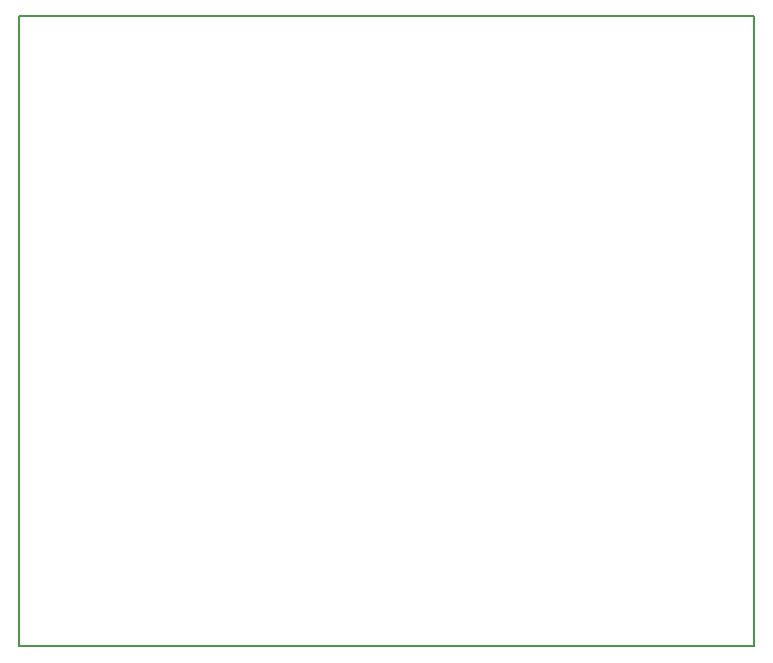
<source format=gm1>
%TF.GenerationSoftware,KiCad,Pcbnew,(5.1.9)-1*%
%TF.CreationDate,2021-01-10T22:28:58+11:00*%
%TF.ProjectId,pcb-covox-amp,7063622d-636f-4766-9f78-2d616d702e6b,3*%
%TF.SameCoordinates,Original*%
%TF.FileFunction,Profile,NP*%
%FSLAX46Y46*%
G04 Gerber Fmt 4.6, Leading zero omitted, Abs format (unit mm)*
G04 Created by KiCad (PCBNEW (5.1.9)-1) date 2021-01-10 22:28:58*
%MOMM*%
%LPD*%
G01*
G04 APERTURE LIST*
%TA.AperFunction,Profile*%
%ADD10C,0.150000*%
%TD*%
G04 APERTURE END LIST*
D10*
X100000000Y-142000000D02*
X100000000Y-88660000D01*
X162230000Y-88660000D02*
X162230000Y-142000000D01*
X100000000Y-88660000D02*
X162230000Y-88660000D01*
X100000000Y-142000000D02*
X162230000Y-142000000D01*
M02*

</source>
